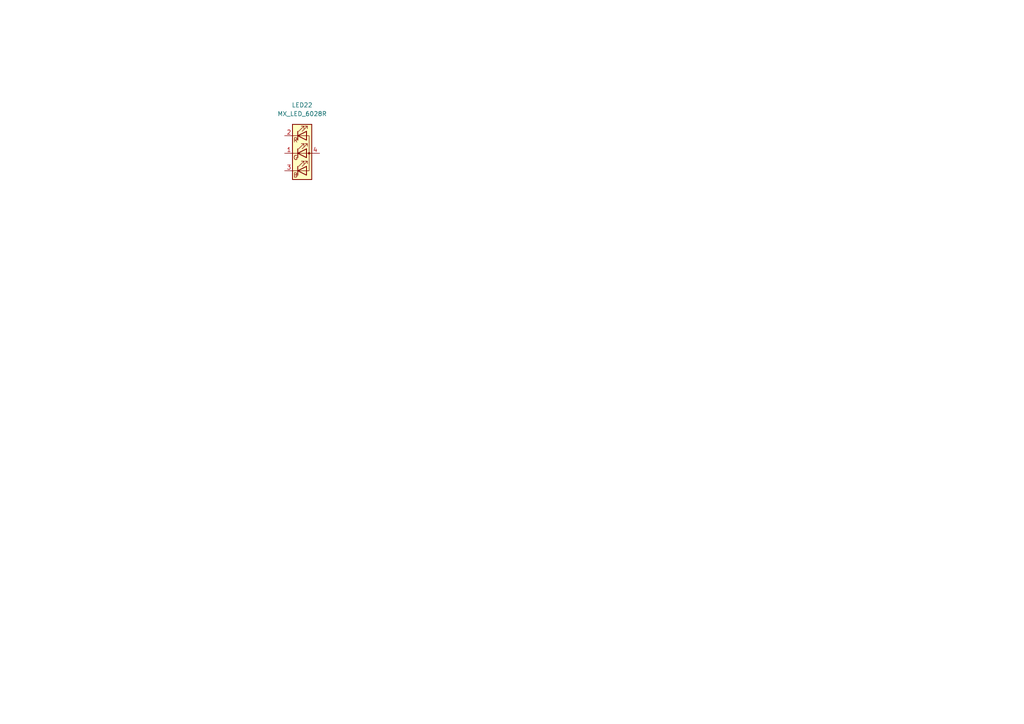
<source format=kicad_sch>
(kicad_sch (version 20250114) (generator "eeschema") (generator_version "9.0")
  (paper "A4")
  (lib_symbols
    (symbol "PCM_marbastlib-mx:MX_LED_6028R" (pin_names (offset 0) (hide yes))
      (property "Reference" "LED" (at 0 9.398 0))
      (property "Value" "MX_LED_6028R" (at 0 -8.89 0))
      (symbol "MX_LED_6028R_0_0"
        (text "R" (at -1.905 3.81 0) (effects (font (size 1.27 1.27))))
        (text "G" (at -1.905 -1.27 0) (effects (font (size 1.27 1.27))))
        (text "B" (at -1.905 -6.35 0) (effects (font (size 1.27 1.27))))
      )
      (symbol "MX_LED_6028R_0_1"
        (polyline (pts (xy -1.27 6.35) (xy -1.27 3.81)) (stroke (width 0.254)))
        (polyline (pts (xy -1.27 6.35) (xy -1.27 3.81) (xy -1.27 3.81)))
        (polyline (pts (xy -1.27 5.08) (xy -2.54 5.08)))
        (polyline (pts (xy -1.27 5.08) (xy 1.27 5.08)))
        (polyline (pts (xy -1.27 1.27) (xy -1.27 -1.27)) (stroke (width 0.254)))
        (polyline (pts (xy -1.27 1.27) (xy -1.27 -1.27) (xy -1.27 -1.27)))
        (polyline (pts (xy -1.27 0) (xy -2.54 0)))
        (polyline (pts (xy -1.27 -3.81) (xy -1.27 -6.35)) (stroke (width 0.254)))
        (polyline (pts (xy -1.27 -5.08) (xy -2.54 -5.08)))
        (polyline (pts (xy -1.27 -5.08) (xy 1.27 -5.08)))
        (polyline (pts (xy -1.016 6.35) (xy 0.508 7.874) (xy -0.254 7.874) (xy 0.508 7.874) (xy 0.508 7.112)))
        (polyline (pts (xy -1.016 1.27) (xy 0.508 2.794) (xy -0.254 2.794) (xy 0.508 2.794) (xy 0.508 2.032)))
        (polyline (pts (xy -1.016 -3.81) (xy 0.508 -2.286) (xy -0.254 -2.286) (xy 0.508 -2.286) (xy 0.508 -3.048)))
        (polyline (pts (xy 0 6.35) (xy 1.524 7.874) (xy 0.762 7.874) (xy 1.524 7.874) (xy 1.524 7.112)))
        (polyline (pts (xy 0 1.27) (xy 1.524 2.794) (xy 0.762 2.794) (xy 1.524 2.794) (xy 1.524 2.032)))
        (polyline (pts (xy 0 -3.81) (xy 1.524 -2.286) (xy 0.762 -2.286) (xy 1.524 -2.286) (xy 1.524 -3.048)))
        (polyline (pts (xy 1.27 6.35) (xy 1.27 3.81) (xy -1.27 5.08) (xy 1.27 6.35)) (stroke (width 0.254)))
        (rectangle (start 1.27 6.35) (end 1.27 6.35))
        (rectangle (start 1.27 3.81) (end 1.27 6.35))
        (polyline (pts (xy 1.27 1.27) (xy 1.27 -1.27) (xy -1.27 0) (xy 1.27 1.27)) (stroke (width 0.254)))
        (rectangle (start 1.27 1.27) (end 1.27 1.27))
        (polyline (pts (xy 1.27 0) (xy -1.27 0)))
        (polyline (pts (xy 1.27 0) (xy 2.54 0)))
        (rectangle (start 1.27 -1.27) (end 1.27 1.27))
        (polyline (pts (xy 1.27 -3.81) (xy 1.27 -6.35) (xy -1.27 -5.08) (xy 1.27 -3.81)) (stroke (width 0.254)))
        (polyline (pts (xy 1.27 -5.08) (xy 2.032 -5.08) (xy 2.032 5.08) (xy 1.27 5.08)))
        (circle (center 2.032 0) (radius 0.254) (fill (type outline)))
        (rectangle (start 2.794 8.382) (end -2.794 -7.62) (stroke (width 0.254)) (fill (type background)))
      )
      (symbol "MX_LED_6028R_1_1"
        (pin passive line (at -5.08 5.08 0) (length 2.54) (name "RK") (number "2"))
        (pin passive line (at -5.08 0 0) (length 2.54) (name "GK") (number "1"))
        (pin passive line (at -5.08 -5.08 0) (length 2.54) (name "BK") (number "3"))
        (pin passive line (at 5.08 0 180) (length 2.54) (name "A") (number "4"))
      )
    )
  )
  (symbol (lib_id "PCM_marbastlib-mx:MX_LED_6028R") (at 87.63 44.45 0) (unit 1)
    (property "Reference" "LED22" (at 87.63 30.48 0))
    (property "Value" "MX_LED_6028R" (at 87.63 33.02 0))
    (property "Footprint" "PCM_marbastlib-mx:LED_MX_6028R" (effects (hide yes)))
    (property "Datasheet" "https://www.alibaba.com/product-detail/SMD-6028-Smd-Led-RGB-color_60283039151.html" (effects (hide yes)))
    (property "Description" "reverse mount RGB LED, green/red/blue/anode. Link: https://www.alibaba.com/product-detail/SMD-6028-Smd-Led-RGB-color_60283039151.html" (effects (hide yes)))
  )
)
</source>
